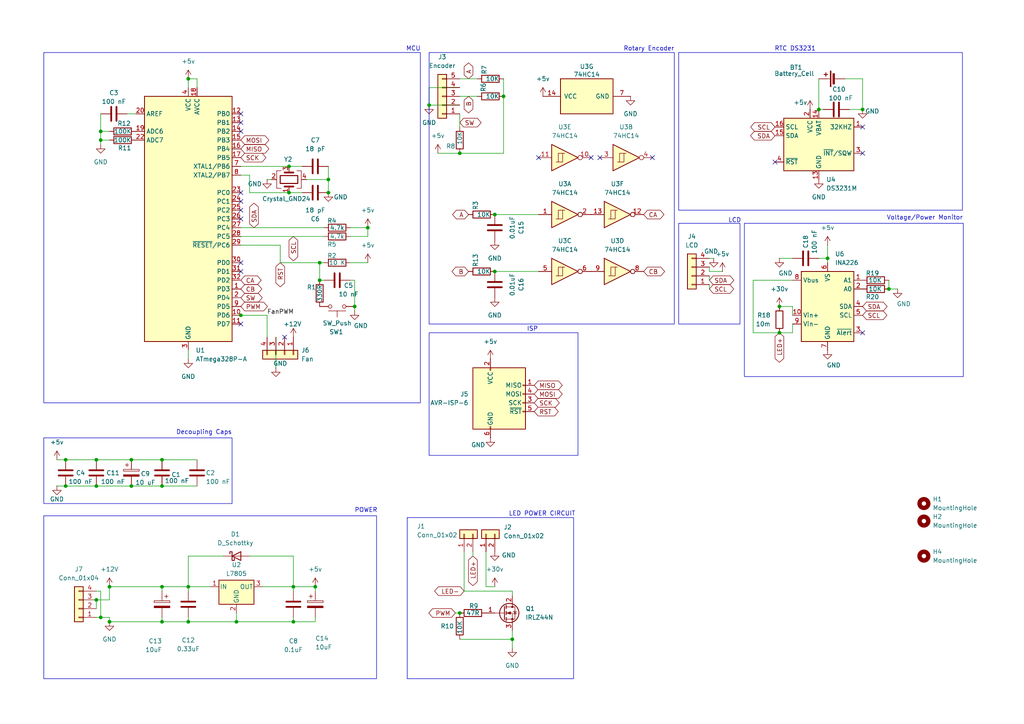
<source format=kicad_sch>
(kicad_sch (version 20250114) (generator "eeschema") (generator_version "9.0")
  (paper "A4")
  (title_block (title "Alarm Light") (date "2025-10-08") (rev "Version 2") (company "Jalal Shahini") (comment 1 "Add: INA226") (comment 2 "Do not leave DS3231 pins floating!") (comment 3 "The distance between mosfet and terminal is too little.") (comment 4 "Hole placement is wrong."))
  (lib_symbols
    (symbol "74xx:74HC14" (pin_names (offset 1.016))
      (property "Reference" "U" (at 0 1.27 0))
      (property "Value" "74HC14" (at 0 -1.27 0))
      (symbol "74HC14_1_0"
        (pin input line (at -7.62 0 0) (length 3.81) (name "~") (number "1"))
        (pin output inverted (at 7.62 0 180) (length 3.81) (name "~") (number "2"))
      )
      (symbol "74HC14_2_0"
        (pin input line (at -7.62 0 0) (length 3.81) (name "~") (number "3"))
        (pin output inverted (at 7.62 0 180) (length 3.81) (name "~") (number "4"))
      )
      (symbol "74HC14_3_0"
        (pin input line (at -7.62 0 0) (length 3.81) (name "~") (number "5"))
        (pin output inverted (at 7.62 0 180) (length 3.81) (name "~") (number "6"))
      )
      (symbol "74HC14_4_0"
        (pin input line (at -7.62 0 0) (length 3.81) (name "~") (number "9"))
        (pin output inverted (at 7.62 0 180) (length 3.81) (name "~") (number "8"))
      )
      (symbol "74HC14_5_0"
        (pin input line (at -7.62 0 0) (length 3.81) (name "~") (number "11"))
        (pin output inverted (at 7.62 0 180) (length 3.81) (name "~") (number "10"))
      )
      (symbol "74HC14_6_0"
        (pin input line (at -7.62 0 0) (length 3.81) (name "~") (number "13"))
        (pin output inverted (at 7.62 0 180) (length 3.81) (name "~") (number "12"))
      )
      (symbol "74HC14_7_0"
        (pin power_in line (at 0 12.7 270) (length 5.08) (name "VCC") (number "14"))
        (pin power_in line (at 0 -12.7 90) (length 5.08) (name "GND") (number "7"))
      )
    )
    (symbol "Connector:AVR-ISP-6" (pin_names (offset 1.016))
      (property "Reference" "J" (at -6.35 11.43 0))
      (property "Value" "AVR-ISP-6" (at 0 11.43 0))
      (symbol "AVR-ISP-6_1_1"
        (pin passive line (at -2.54 12.7 270) (length 2.54) (name "VCC") (number "2"))
        (pin passive line (at -2.54 -10.16 90) (length 2.54) (name "GND") (number "6"))
        (pin passive line (at 10.16 5.08 180) (length 2.54) (name "MISO") (number "1"))
        (pin passive line (at 10.16 2.54 180) (length 2.54) (name "MOSI") (number "4"))
        (pin passive line (at 10.16 0 180) (length 2.54) (name "SCK") (number "3"))
        (pin passive line (at 10.16 -2.54 180) (length 2.54) (name "~{RST}") (number "5"))
      )
    )
    (symbol "Connector_Generic:Conn_01x02" (pin_names (offset 1.016) (hide yes))
      (property "Reference" "J" (at 0 2.54 0))
      (property "Value" "Conn_01x02" (at 0 -5.08 0))
      (symbol "Conn_01x02_1_1"
        (pin passive line (at -5.08 0 0) (length 3.81) (name "Pin_1") (number "1"))
        (pin passive line (at -5.08 -2.54 0) (length 3.81) (name "Pin_2") (number "2"))
      )
    )
    (symbol "Connector_Generic:Conn_01x04" (pin_names (offset 1.016) (hide yes))
      (property "Reference" "J" (at 0 5.08 0))
      (property "Value" "Conn_01x04" (at 0 -7.62 0))
      (symbol "Conn_01x04_1_1"
        (pin passive line (at -5.08 2.54 0) (length 3.81) (name "Pin_1") (number "1"))
        (pin passive line (at -5.08 0 0) (length 3.81) (name "Pin_2") (number "2"))
        (pin passive line (at -5.08 -2.54 0) (length 3.81) (name "Pin_3") (number "3"))
        (pin passive line (at -5.08 -5.08 0) (length 3.81) (name "Pin_4") (number "4"))
      )
    )
    (symbol "Connector_Generic:Conn_01x05" (pin_names (offset 1.016) (hide yes))
      (property "Reference" "J" (at 0 7.62 0))
      (property "Value" "Conn_01x05" (at 0 -7.62 0))
      (symbol "Conn_01x05_1_1"
        (pin passive line (at -5.08 5.08 0) (length 3.81) (name "Pin_1") (number "1"))
        (pin passive line (at -5.08 2.54 0) (length 3.81) (name "Pin_2") (number "2"))
        (pin passive line (at -5.08 0 0) (length 3.81) (name "Pin_3") (number "3"))
        (pin passive line (at -5.08 -2.54 0) (length 3.81) (name "Pin_4") (number "4"))
        (pin passive line (at -5.08 -5.08 0) (length 3.81) (name "Pin_5") (number "5"))
      )
    )
    (symbol "Device:Battery_Cell" (pin_numbers (hide yes)) (pin_names (offset 0) (hide yes))
      (property "Reference" "BT" (at 2.54 2.54 0))
      (property "Value" "Battery_Cell" (at 2.54 0 0))
      (symbol "Battery_Cell_1_1"
        (pin passive line (at 0 5.08 270) (length 2.54) (name "+") (number "1"))
        (pin passive line (at 0 -2.54 90) (length 2.54) (name "-") (number "2"))
      )
    )
    (symbol "Device:C" (pin_numbers (hide yes)) (pin_names (offset 0.254))
      (property "Reference" "C" (at 0.635 2.54 0))
      (property "Value" "C" (at 0.635 -2.54 0))
      (symbol "C_1_1"
        (pin passive line (at 0 3.81 270) (length 2.794) (name "~") (number "1"))
        (pin passive line (at 0 -3.81 90) (length 2.794) (name "~") (number "2"))
      )
    )
    (symbol "Device:C_Polarized" (pin_numbers (hide yes)) (pin_names (offset 0.254))
      (property "Reference" "C" (at 0.635 2.54 0))
      (property "Value" "C_Polarized" (at 0.635 -2.54 0))
      (symbol "C_Polarized_1_1"
        (pin passive line (at 0 3.81 270) (length 2.794) (name "~") (number "1"))
        (pin passive line (at 0 -3.81 90) (length 2.794) (name "~") (number "2"))
      )
    )
    (symbol "Device:Crystal_GND24" (pin_names (offset 1.016) (hide yes))
      (property "Reference" "Y" (at 3.175 5.08 0))
      (property "Value" "Crystal_GND24" (at 3.175 3.175 0))
      (symbol "Crystal_GND24_1_1"
        (pin passive line (at -3.81 0 0) (length 1.27) (name "1") (number "1"))
        (pin passive line (at 0 5.08 270) (length 1.27) (name "2") (number "2"))
        (pin passive line (at 0 -5.08 90) (length 1.27) (name "4") (number "4"))
        (pin passive line (at 3.81 0 180) (length 1.27) (name "3") (number "3"))
      )
    )
    (symbol "Device:D_Schottky" (pin_numbers (hide yes)) (pin_names (offset 1.016) (hide yes))
      (property "Reference" "D" (at 0 2.54 0))
      (property "Value" "D_Schottky" (at 0 -2.54 0))
      (symbol "D_Schottky_1_1"
        (pin passive line (at -3.81 0 0) (length 2.54) (name "K") (number "1"))
        (pin passive line (at 3.81 0 180) (length 2.54) (name "A") (number "2"))
      )
    )
    (symbol "Device:R" (pin_numbers (hide yes)) (pin_names (offset 0))
      (property "Reference" "R" (at 2.032 0 90))
      (property "Value" "R" (at 0 0 90))
      (symbol "R_1_1"
        (pin passive line (at 0 3.81 270) (length 1.27) (name "~") (number "1"))
        (pin passive line (at 0 -3.81 90) (length 1.27) (name "~") (number "2"))
      )
    )
    (symbol "MCU_Microchip_ATmega:ATmega328P-A"
      (property "Reference" "U" (at -12.7 36.83 0))
      (property "Value" "ATmega328P-A" (at 2.54 -36.83 0))
      (symbol "ATmega328P-A_1_1"
        (pin passive line (at -15.24 30.48 0) (length 2.54) (name "AREF") (number "20"))
        (pin input line (at -15.24 25.4 0) (length 2.54) (name "ADC6") (number "19"))
        (pin input line (at -15.24 22.86 0) (length 2.54) (name "ADC7") (number "22"))
        (pin power_in line (at 0 38.1 270) (length 2.54) (name "VCC") (number "4"))
        (pin passive line (at 0 38.1 270) (length 2.54) (hide yes) (name "VCC") (number "6"))
        (pin passive line (at 0 -38.1 90) (length 2.54) (hide yes) (name "GND") (number "21"))
        (pin power_in line (at 0 -38.1 90) (length 2.54) (name "GND") (number "3"))
        (pin passive line (at 0 -38.1 90) (length 2.54) (hide yes) (name "GND") (number "5"))
        (pin power_in line (at 2.54 38.1 270) (length 2.54) (name "AVCC") (number "18"))
        (pin bidirectional line (at 15.24 30.48 180) (length 2.54) (name "PB0") (number "12"))
        (pin bidirectional line (at 15.24 27.94 180) (length 2.54) (name "PB1") (number "13"))
        (pin bidirectional line (at 15.24 25.4 180) (length 2.54) (name "PB2") (number "14"))
        (pin bidirectional line (at 15.24 22.86 180) (length 2.54) (name "PB3") (number "15"))
        (pin bidirectional line (at 15.24 20.32 180) (length 2.54) (name "PB4") (number "16"))
        (pin bidirectional line (at 15.24 17.78 180) (length 2.54) (name "PB5") (number "17"))
        (pin bidirectional line (at 15.24 15.24 180) (length 2.54) (name "XTAL1/PB6") (number "7"))
        (pin bidirectional line (at 15.24 12.7 180) (length 2.54) (name "XTAL2/PB7") (number "8"))
        (pin bidirectional line (at 15.24 7.62 180) (length 2.54) (name "PC0") (number "23"))
        (pin bidirectional line (at 15.24 5.08 180) (length 2.54) (name "PC1") (number "24"))
        (pin bidirectional line (at 15.24 2.54 180) (length 2.54) (name "PC2") (number "25"))
        (pin bidirectional line (at 15.24 0 180) (length 2.54) (name "PC3") (number "26"))
        (pin bidirectional line (at 15.24 -2.54 180) (length 2.54) (name "PC4") (number "27"))
        (pin bidirectional line (at 15.24 -5.08 180) (length 2.54) (name "PC5") (number "28"))
        (pin bidirectional line (at 15.24 -7.62 180) (length 2.54) (name "~{RESET}/PC6") (number "29"))
        (pin bidirectional line (at 15.24 -12.7 180) (length 2.54) (name "PD0") (number "30"))
        (pin bidirectional line (at 15.24 -15.24 180) (length 2.54) (name "PD1") (number "31"))
        (pin bidirectional line (at 15.24 -17.78 180) (length 2.54) (name "PD2") (number "32"))
        (pin bidirectional line (at 15.24 -20.32 180) (length 2.54) (name "PD3") (number "1"))
        (pin bidirectional line (at 15.24 -22.86 180) (length 2.54) (name "PD4") (number "2"))
        (pin bidirectional line (at 15.24 -25.4 180) (length 2.54) (name "PD5") (number "9"))
        (pin bidirectional line (at 15.24 -27.94 180) (length 2.54) (name "PD6") (number "10"))
        (pin bidirectional line (at 15.24 -30.48 180) (length 2.54) (name "PD7") (number "11"))
      )
    )
    (symbol "Mechanical:MountingHole" (pin_names (offset 1.016)) (in_bom no)
      (property "Reference" "H" (at 0 5.08 0))
      (property "Value" "MountingHole" (at 0 3.175 0))
    )
    (symbol "Regulator_Linear:L7805" (pin_names (offset 0.254))
      (property "Reference" "U" (at -3.81 3.175 0))
      (property "Value" "L7805" (at 0 3.175 0))
      (symbol "L7805_1_1"
        (pin power_in line (at -7.62 0 0) (length 2.54) (name "IN") (number "1"))
        (pin power_in line (at 0 -7.62 90) (length 2.54) (name "GND") (number "2"))
        (pin power_out line (at 7.62 0 180) (length 2.54) (name "OUT") (number "3"))
      )
    )
    (symbol "Sensor_Energy:INA226"
      (property "Reference" "U" (at -6.35 11.43 0))
      (property "Value" "INA226" (at 3.81 11.43 0))
      (symbol "INA226_1_1"
        (pin input line (at -10.16 7.62 0) (length 2.54) (name "Vbus") (number "8"))
        (pin input line (at -10.16 -2.54 0) (length 2.54) (name "Vin+") (number "10"))
        (pin input line (at -10.16 -5.08 0) (length 2.54) (name "Vin-") (number "9"))
        (pin power_in line (at 0 12.7 270) (length 2.54) (name "VS") (number "6"))
        (pin power_in line (at 0 -12.7 90) (length 2.54) (name "GND") (number "7"))
        (pin input line (at 10.16 7.62 180) (length 2.54) (name "A1") (number "1"))
        (pin input line (at 10.16 5.08 180) (length 2.54) (name "A0") (number "2"))
        (pin bidirectional line (at 10.16 0 180) (length 2.54) (name "SDA") (number "4"))
        (pin input line (at 10.16 -2.54 180) (length 2.54) (name "SCL") (number "5"))
        (pin open_collector line (at 10.16 -7.62 180) (length 2.54) (name "~{Alert}") (number "3"))
      )
    )
    (symbol "Switch:SW_Push" (pin_numbers (hide yes)) (pin_names (offset 1.016) (hide yes))
      (property "Reference" "SW" (at 1.27 2.54 0))
      (property "Value" "SW_Push" (at 0 -1.524 0))
      (symbol "SW_Push_0_1"
        (pin passive line (at -5.08 0 0) (length 2.54) (name "1") (number "1"))
        (pin passive line (at 5.08 0 180) (length 2.54) (name "2") (number "2"))
      )
    )
    (symbol "Timer_RTC:DS3231M"
      (property "Reference" "U" (at -7.62 8.89 0))
      (property "Value" "DS3231M" (at 10.16 8.89 0))
      (symbol "DS3231M_1_1"
        (pin input line (at -12.7 5.08 0) (length 2.54) (name "SCL") (number "16"))
        (pin bidirectional line (at -12.7 2.54 0) (length 2.54) (name "SDA") (number "15"))
        (pin bidirectional line (at -12.7 -5.08 0) (length 2.54) (name "~{RST}") (number "4"))
        (pin power_in line (at -2.54 10.16 270) (length 2.54) (name "VCC") (number "2"))
        (pin power_in line (at 0 10.16 270) (length 2.54) (name "VBAT") (number "14"))
        (pin passive line (at 0 -10.16 90) (length 2.54) (hide yes) (name "GND") (number "10"))
        (pin passive line (at 0 -10.16 90) (length 2.54) (hide yes) (name "GND") (number "11"))
        (pin passive line (at 0 -10.16 90) (length 2.54) (hide yes) (name "GND") (number "12"))
        (pin power_in line (at 0 -10.16 90) (length 2.54) (name "GND") (number "13"))
        (pin passive line (at 0 -10.16 90) (length 2.54) (hide yes) (name "GND") (number "5"))
        (pin passive line (at 0 -10.16 90) (length 2.54) (hide yes) (name "GND") (number "6"))
        (pin passive line (at 0 -10.16 90) (length 2.54) (hide yes) (name "GND") (number "7"))
        (pin passive line (at 0 -10.16 90) (length 2.54) (hide yes) (name "GND") (number "8"))
        (pin passive line (at 0 -10.16 90) (length 2.54) (hide yes) (name "GND") (number "9"))
        (pin open_collector line (at 12.7 5.08 180) (length 2.54) (name "32KHZ") (number "1"))
        (pin open_collector line (at 12.7 -2.54 180) (length 2.54) (name "~{INT}/SQW") (number "3"))
      )
    )
    (symbol "Transistor_FET:IRLZ24" (pin_names (hide yes))
      (property "Reference" "Q" (at 5.08 1.905 0))
      (property "Value" "IRLZ24" (at 5.08 0 0))
      (symbol "IRLZ24_1_1"
        (pin input line (at -5.08 0 0) (length 2.54) (name "G") (number "1"))
        (pin passive line (at 2.54 5.08 270) (length 2.54) (name "D") (number "2"))
        (pin passive line (at 2.54 -5.08 90) (length 2.54) (name "S") (number "3"))
      )
    )
    (symbol "power:+12V" (power) (pin_numbers (hide yes)) (pin_names (offset 0) (hide yes))
      (property "Value" "+12V" (at 0 3.556 0))
      (symbol "+12V_1_1"
        (pin power_in line (at 0 0 90) (length 0) (name "~") (number "1"))
      )
    )
    (symbol "power:+3.3V" (power) (pin_numbers (hide yes)) (pin_names (offset 0) (hide yes))
      (property "Value" "+3.3V" (at 0 3.556 0))
      (symbol "+3.3V_1_1"
        (pin power_in line (at 0 0 90) (length 0) (name "~") (number "1"))
      )
    )
    (symbol "power:GND" (power) (pin_numbers (hide yes)) (pin_names (offset 0) (hide yes))
      (property "Value" "GND" (at 0 -3.81 0))
      (symbol "GND_1_1"
        (pin power_in line (at 0 0 270) (length 0) (name "~") (number "1"))
      )
    )
  )
  (rectangle (start 124.46 96.52) (end 167.64 132.08))
  (rectangle (start 196.85 15.24) (end 279.146 60.96))
  (rectangle (start 12.7 149.606) (end 109.22 196.85))
  (rectangle (start 118.11 150.114) (end 166.37 196.85))
  (rectangle (start 12.7 15.24) (end 121.92 116.84))
  (rectangle (start 12.7 127) (end 67.31 146.05))
  (rectangle (start 196.85 64.77) (end 214.63 93.98))
  (rectangle (start 124.46 15.24) (end 195.58 93.98))
  (rectangle (start 215.9 64.77) (end 279.4 109.22))
  (text "POWER\n" (at 106.172 148.082 0) (effects (font (size 1.27 1.27))))
  (text "LED POWER CIRCUIT" (at 157.226 149.098 0) (effects (font (size 1.27 1.27))))
  (text "Rotary Encoder" (at 188.214 14.224 0) (effects (font (size 1.27 1.27))))
  (text "LCD" (at 213.106 64.008 0) (effects (font (size 1.27 1.27))))
  (text "RTC DS3231" (at 230.632 14.224 0) (effects (font (size 1.27 1.27))))
  (text "Voltage/Power Monitor" (at 268.224 63.246 0) (effects (font (size 1.27 1.27))))
  (text "ISP" (at 154.432 95.504 0) (effects (font (size 1.27 1.27))))
  (text "Decoupling Caps" (at 59.182 125.476 0) (effects (font (size 1.27 1.27))))
  (text "MCU" (at 119.888 14.224 0) (effects (font (size 1.27 1.27))))
  (junction (at 102.87 88.9))
  (junction (at 69.85 91.44))
  (junction (at 83.82 55.88))
  (junction (at 27.94 140.97))
  (junction (at 95.25 52.07))
  (junction (at 91.44 170.18))
  (junction (at 148.59 185.42))
  (junction (at 143.51 62.23))
  (junction (at 124.46 30.48))
  (junction (at 54.61 170.18))
  (junction (at 95.25 55.88))
  (junction (at 54.61 22.86))
  (junction (at 143.51 78.74))
  (junction (at 38.1 133.35))
  (junction (at 257.81 83.82))
  (junction (at 240.03 74.93))
  (junction (at 133.35 44.45))
  (junction (at 29.21 38.1))
  (junction (at 106.68 66.04))
  (junction (at 92.71 76.2))
  (junction (at 31.75 170.18))
  (junction (at 250.19 31.75))
  (junction (at 38.1 140.97))
  (junction (at 19.05 133.35))
  (junction (at 46.99 180.34))
  (junction (at 27.94 133.35))
  (junction (at 92.71 81.28))
  (junction (at 31.75 180.34))
  (junction (at 133.35 177.8))
  (junction (at 237.49 31.75))
  (junction (at 226.06 88.9))
  (junction (at 46.99 140.97))
  (junction (at 46.99 133.35))
  (junction (at 146.05 27.94))
  (junction (at 68.58 180.34))
  (junction (at 85.09 170.18))
  (junction (at 27.94 173.99))
  (junction (at 29.21 179.07))
  (junction (at 29.21 40.64))
  (junction (at 85.09 180.34))
  (junction (at 83.82 48.26))
  (junction (at 19.05 140.97))
  (junction (at 54.61 180.34))
  (junction (at 46.99 170.18))
  (junction (at 226.06 96.52))
  (no_connect (at 189.23 45.72))
  (no_connect (at 69.85 76.2))
  (no_connect (at 69.85 55.88))
  (no_connect (at 69.85 58.42))
  (no_connect (at 69.85 93.98))
  (no_connect (at 250.19 44.45))
  (no_connect (at 156.21 45.72))
  (no_connect (at 250.19 96.52))
  (no_connect (at 69.85 78.74))
  (no_connect (at 69.85 38.1))
  (no_connect (at 224.79 46.99))
  (no_connect (at 69.85 33.02))
  (no_connect (at 82.55 97.79))
  (no_connect (at 69.85 35.56))
  (no_connect (at 69.85 60.96))
  (no_connect (at 171.45 45.72))
  (no_connect (at 69.85 63.5))
  (no_connect (at 173.99 45.72))
  (no_connect (at 250.19 36.83))
  (wire (pts (xy 46.99 170.18) (xy 54.61 170.18)))
  (wire (pts (xy 29.21 38.1) (xy 29.21 40.64)))
  (wire (pts (xy 72.39 161.29) (xy 85.09 161.29)))
  (wire (pts (xy 257.81 83.82) (xy 260.35 83.82)))
  (wire (pts (xy 68.58 177.8) (xy 68.58 180.34)))
  (wire (pts (xy 27.94 179.07) (xy 29.21 179.07)))
  (wire (pts (xy 54.61 171.45) (xy 54.61 170.18)))
  (wire (pts (xy 67.31 91.44) (xy 69.85 91.44)))
  (wire (pts (xy 134.62 160.02) (xy 134.62 171.45)))
  (wire (pts (xy 102.87 90.17) (xy 102.87 88.9)))
  (wire (pts (xy 106.68 76.2) (xy 101.6 76.2)))
  (wire (pts (xy 237.49 74.93) (xy 240.03 74.93)))
  (wire (pts (xy 83.82 55.88) (xy 87.63 55.88)))
  (wire (pts (xy 57.15 22.86) (xy 57.15 25.4)))
  (wire (pts (xy 29.21 38.1) (xy 31.75 38.1)))
  (wire (pts (xy 77.47 52.07) (xy 78.74 52.07)))
  (wire (pts (xy 29.21 40.64) (xy 31.75 40.64)))
  (wire (pts (xy 54.61 161.29) (xy 54.61 170.18)))
  (wire (pts (xy 68.58 180.34) (xy 85.09 180.34)))
  (wire (pts (xy 69.85 50.8) (xy 72.39 50.8)))
  (wire (pts (xy 29.21 179.07) (xy 31.75 179.07)))
  (wire (pts (xy 85.09 180.34) (xy 91.44 180.34)))
  (wire (pts (xy 54.61 22.86) (xy 54.61 25.4)))
  (wire (pts (xy 38.1 133.35) (xy 46.99 133.35)))
  (wire (pts (xy 46.99 140.97) (xy 38.1 140.97)))
  (wire (pts (xy 81.28 76.2) (xy 92.71 76.2)))
  (wire (pts (xy 226.06 88.9) (xy 229.87 88.9)))
  (wire (pts (xy 205.74 81.28) (xy 205.74 80.01)))
  (wire (pts (xy 92.71 76.2) (xy 93.98 76.2)))
  (wire (pts (xy 46.99 171.45) (xy 46.99 170.18)))
  (wire (pts (xy 240.03 74.93) (xy 240.03 76.2)))
  (wire (pts (xy 54.61 179.07) (xy 54.61 180.34)))
  (wire (pts (xy 93.98 81.28) (xy 92.71 81.28)))
  (wire (pts (xy 29.21 40.64) (xy 29.21 41.91)))
  (wire (pts (xy 205.74 83.82) (xy 205.74 82.55)))
  (wire (pts (xy 76.2 170.18) (xy 85.09 170.18)))
  (wire (pts (xy 205.74 78.74) (xy 209.55 78.74)))
  (wire (pts (xy 101.6 66.04) (xy 106.68 66.04)))
  (wire (pts (xy 29.21 33.02) (xy 29.21 38.1)))
  (wire (pts (xy 85.09 170.18) (xy 91.44 170.18)))
  (wire (pts (xy 146.05 27.94) (xy 146.05 44.45)))
  (wire (pts (xy 240.03 71.12) (xy 240.03 74.93)))
  (wire (pts (xy 85.09 179.07) (xy 85.09 180.34)))
  (wire (pts (xy 29.21 171.45) (xy 29.21 179.07)))
  (wire (pts (xy 19.05 140.97) (xy 16.51 140.97)))
  (wire (pts (xy 91.44 171.45) (xy 91.44 170.18)))
  (wire (pts (xy 229.87 96.52) (xy 229.87 93.98)))
  (wire (pts (xy 140.97 160.02) (xy 140.97 170.18)))
  (wire (pts (xy 69.85 48.26) (xy 83.82 48.26)))
  (wire (pts (xy 27.94 140.97) (xy 38.1 140.97)))
  (wire (pts (xy 46.99 140.97) (xy 57.15 140.97)))
  (wire (pts (xy 245.11 22.86) (xy 250.19 22.86)))
  (wire (pts (xy 143.51 78.74) (xy 156.21 78.74)))
  (wire (pts (xy 250.19 22.86) (xy 250.19 31.75)))
  (wire (pts (xy 143.51 62.23) (xy 156.21 62.23)))
  (wire (pts (xy 85.09 171.45) (xy 85.09 170.18)))
  (wire (pts (xy 69.85 66.04) (xy 93.98 66.04)))
  (wire (pts (xy 138.43 22.86) (xy 133.35 22.86)))
  (wire (pts (xy 133.35 36.83) (xy 133.35 33.02)))
  (wire (pts (xy 246.38 31.75) (xy 250.19 31.75)))
  (wire (pts (xy 69.85 71.12) (xy 81.28 71.12)))
  (wire (pts (xy 138.43 27.94) (xy 133.35 27.94)))
  (wire (pts (xy 54.61 180.34) (xy 68.58 180.34)))
  (wire (pts (xy 102.87 81.28) (xy 102.87 88.9)))
  (wire (pts (xy 72.39 55.88) (xy 83.82 55.88)))
  (wire (pts (xy 132.08 177.8) (xy 133.35 177.8)))
  (wire (pts (xy 205.74 78.74) (xy 205.74 77.47)))
  (wire (pts (xy 95.25 52.07) (xy 95.25 55.88)))
  (wire (pts (xy 83.82 48.26) (xy 87.63 48.26)))
  (wire (pts (xy 148.59 187.96) (xy 148.59 185.42)))
  (wire (pts (xy 218.44 81.28) (xy 218.44 96.52)))
  (wire (pts (xy 226.06 74.93) (xy 229.87 74.93)))
  (wire (pts (xy 148.59 185.42) (xy 148.59 182.88)))
  (wire (pts (xy 106.68 68.58) (xy 106.68 66.04)))
  (wire (pts (xy 27.94 173.99) (xy 31.75 173.99)))
  (wire (pts (xy 27.94 140.97) (xy 19.05 140.97)))
  (wire (pts (xy 27.94 133.35) (xy 38.1 133.35)))
  (wire (pts (xy 31.75 173.99) (xy 31.75 170.18)))
  (wire (pts (xy 31.75 170.18) (xy 46.99 170.18)))
  (wire (pts (xy 80.01 97.79) (xy 80.01 106.68)))
  (wire (pts (xy 19.05 133.35) (xy 27.94 133.35)))
  (wire (pts (xy 31.75 180.34) (xy 46.99 180.34)))
  (wire (pts (xy 46.99 179.07) (xy 46.99 180.34)))
  (wire (pts (xy 27.94 171.45) (xy 29.21 171.45)))
  (wire (pts (xy 69.85 68.58) (xy 93.98 68.58)))
  (wire (pts (xy 124.46 30.48) (xy 133.35 30.48)))
  (wire (pts (xy 16.51 133.35) (xy 19.05 133.35)))
  (wire (pts (xy 133.35 185.42) (xy 148.59 185.42)))
  (wire (pts (xy 77.47 91.44) (xy 77.47 97.79)))
  (wire (pts (xy 146.05 44.45) (xy 133.35 44.45)))
  (wire (pts (xy 137.16 160.02) (xy 137.16 161.29)))
  (wire (pts (xy 85.09 161.29) (xy 85.09 170.18)))
  (wire (pts (xy 101.6 68.58) (xy 106.68 68.58)))
  (wire (pts (xy 226.06 96.52) (xy 229.87 96.52)))
  (wire (pts (xy 88.9 52.07) (xy 95.25 52.07)))
  (wire (pts (xy 257.81 81.28) (xy 257.81 83.82)))
  (wire (pts (xy 148.59 171.45) (xy 148.59 172.72)))
  (wire (pts (xy 46.99 133.35) (xy 57.15 133.35)))
  (wire (pts (xy 229.87 88.9) (xy 229.87 91.44)))
  (wire (pts (xy 27.94 173.99) (xy 27.94 176.53)))
  (wire (pts (xy 91.44 180.34) (xy 91.44 179.07)))
  (wire (pts (xy 101.6 81.28) (xy 102.87 81.28)))
  (wire (pts (xy 237.49 31.75) (xy 238.76 31.75)))
  (wire (pts (xy 69.85 91.44) (xy 77.47 91.44)))
  (wire (pts (xy 218.44 96.52) (xy 226.06 96.52)))
  (wire (pts (xy 54.61 170.18) (xy 60.96 170.18)))
  (wire (pts (xy 54.61 101.6) (xy 54.61 104.14)))
  (wire (pts (xy 124.46 25.4) (xy 124.46 30.48)))
  (wire (pts (xy 146.05 22.86) (xy 146.05 27.94)))
  (wire (pts (xy 36.83 33.02) (xy 39.37 33.02)))
  (wire (pts (xy 133.35 25.4) (xy 124.46 25.4)))
  (wire (pts (xy 92.71 81.28) (xy 92.71 76.2)))
  (wire (pts (xy 229.87 81.28) (xy 218.44 81.28)))
  (wire (pts (xy 207.01 74.93) (xy 205.74 74.93)))
  (wire (pts (xy 72.39 50.8) (xy 72.39 55.88)))
  (wire (pts (xy 31.75 179.07) (xy 31.75 180.34)))
  (wire (pts (xy 81.28 71.12) (xy 81.28 76.2)))
  (wire (pts (xy 95.25 48.26) (xy 95.25 52.07)))
  (wire (pts (xy 127 44.45) (xy 133.35 44.45)))
  (wire (pts (xy 237.49 22.86) (xy 237.49 31.75)))
  (wire (pts (xy 54.61 22.86) (xy 57.15 22.86)))
  (wire (pts (xy 64.77 161.29) (xy 54.61 161.29)))
  (wire (pts (xy 134.62 171.45) (xy 148.59 171.45)))
  (wire (pts (xy 140.97 170.18) (xy 143.51 170.18)))
  (wire (pts (xy 46.99 180.34) (xy 54.61 180.34)))
  (label "FanPWM" (at 77.47 91.44 0))
  (global_label "B" (shape bidirectional) (at 135.89 78.74 180) (property "Intersheetrefs" "${INTERSHEET_REFS}" (effects (hide yes))))
  (global_label "SCL" (shape bidirectional) (at 224.79 36.83 180) (property "Intersheetrefs" "${INTERSHEET_REFS}" (effects (hide yes))))
  (global_label "RST" (shape bidirectional) (at 154.94 119.38 0) (property "Intersheetrefs" "${INTERSHEET_REFS}" (effects (hide yes))))
  (global_label "A" (shape bidirectional) (at 135.89 22.86 90) (property "Intersheetrefs" "${INTERSHEET_REFS}" (effects (hide yes))))
  (global_label "SDA" (shape bidirectional) (at 224.79 39.37 180) (property "Intersheetrefs" "${INTERSHEET_REFS}" (effects (hide yes))))
  (global_label "CA" (shape bidirectional) (at 69.85 81.28 0) (property "Intersheetrefs" "${INTERSHEET_REFS}" (effects (hide yes))))
  (global_label "LED-" (shape bidirectional) (at 134.62 171.45 180) (property "Intersheetrefs" "${INTERSHEET_REFS}" (effects (hide yes))))
  (global_label "LED+" (shape bidirectional) (at 137.16 161.29 270) (property "Intersheetrefs" "${INTERSHEET_REFS}" (effects (hide yes))))
  (global_label "MISO" (shape bidirectional) (at 154.94 111.76 0) (property "Intersheetrefs" "${INTERSHEET_REFS}" (effects (hide yes))))
  (global_label "MOSI" (shape bidirectional) (at 69.85 40.64 0) (property "Intersheetrefs" "${INTERSHEET_REFS}" (effects (hide yes))))
  (global_label "SW" (shape bidirectional) (at 69.85 86.36 0) (property "Intersheetrefs" "${INTERSHEET_REFS}" (effects (hide yes))))
  (global_label "RST" (shape bidirectional) (at 81.28 76.2 270) (property "Intersheetrefs" "${INTERSHEET_REFS}" (effects (hide yes))))
  (global_label "SCL" (shape bidirectional) (at 85.09 68.58 270) (property "Intersheetrefs" "${INTERSHEET_REFS}" (effects (hide yes))))
  (global_label "LED+" (shape bidirectional) (at 226.06 96.52 270) (property "Intersheetrefs" "${INTERSHEET_REFS}" (effects (hide yes))))
  (global_label "MISO" (shape bidirectional) (at 69.85 43.18 0) (property "Intersheetrefs" "${INTERSHEET_REFS}" (effects (hide yes))))
  (global_label "PWM" (shape bidirectional) (at 69.85 88.9 0) (property "Intersheetrefs" "${INTERSHEET_REFS}" (effects (hide yes))))
  (global_label "SDA" (shape bidirectional) (at 73.66 66.04 90) (property "Intersheetrefs" "${INTERSHEET_REFS}" (effects (hide yes))))
  (global_label "SCK" (shape bidirectional) (at 154.94 116.84 0) (property "Intersheetrefs" "${INTERSHEET_REFS}" (effects (hide yes))))
  (global_label "CA" (shape bidirectional) (at 186.69 62.23 0) (property "Intersheetrefs" "${INTERSHEET_REFS}" (effects (hide yes))))
  (global_label "A" (shape bidirectional) (at 135.89 62.23 180) (property "Intersheetrefs" "${INTERSHEET_REFS}" (effects (hide yes))))
  (global_label "SW" (shape bidirectional) (at 133.35 35.56 0) (property "Intersheetrefs" "${INTERSHEET_REFS}" (effects (hide yes))))
  (global_label "SDA" (shape bidirectional) (at 250.19 88.9 0) (property "Intersheetrefs" "${INTERSHEET_REFS}" (effects (hide yes))))
  (global_label "SCL" (shape bidirectional) (at 250.19 91.44 0) (property "Intersheetrefs" "${INTERSHEET_REFS}" (effects (hide yes))))
  (global_label "SCK" (shape bidirectional) (at 69.85 45.72 0) (property "Intersheetrefs" "${INTERSHEET_REFS}" (effects (hide yes))))
  (global_label "CB" (shape bidirectional) (at 69.85 83.82 0) (property "Intersheetrefs" "${INTERSHEET_REFS}" (effects (hide yes))))
  (global_label "SCL" (shape bidirectional) (at 205.74 83.82 0) (property "Intersheetrefs" "${INTERSHEET_REFS}" (effects (hide yes))))
  (global_label "MOSI" (shape bidirectional) (at 154.94 114.3 0) (property "Intersheetrefs" "${INTERSHEET_REFS}" (effects (hide yes))))
  (global_label "SDA" (shape bidirectional) (at 205.74 81.28 0) (property "Intersheetrefs" "${INTERSHEET_REFS}" (effects (hide yes))))
  (global_label "B" (shape bidirectional) (at 135.89 27.94 270) (property "Intersheetrefs" "${INTERSHEET_REFS}" (effects (hide yes))))
  (global_label "CB" (shape bidirectional) (at 186.69 78.74 0) (property "Intersheetrefs" "${INTERSHEET_REFS}" (effects (hide yes))))
  (global_label "PWM" (shape bidirectional) (at 132.08 177.8 180) (property "Intersheetrefs" "${INTERSHEET_REFS}" (effects (hide yes))))
  (symbol (lib_id "power:GND") (at 240.03 101.6 0) (unit 1)
    (property "Reference" "#PWR042" (effects (hide yes)))
    (property "Value" "GND" (at 241.808 105.918 0))
    (property "Description" "Power symbol creates a global label with name \"GND\" , ground" (effects (hide yes)))
  )
  (symbol (lib_id "Device:R") (at 97.79 66.04 90) (unit 1)
    (property "Reference" "R4" (at 96.266 64.008 90))
    (property "Value" "4.7k" (at 97.79 66.04 90))
    (property "Footprint" "Resistor_SMD:R_0603_1608Metric" (effects (hide yes)))
    (property "Description" "Resistor" (effects (hide yes)))
  )
  (symbol (lib_id "Switch:SW_Push") (at 97.79 88.9 0) (mirror x) (unit 1)
    (property "Reference" "SW1" (at 97.536 96.266 0))
    (property "Value" "SW_Push" (at 97.79 93.726 0))
    (property "Footprint" "Button_Switch_SMD:SW_Push_1P1T_XKB_TS-1187A" (effects (hide yes)))
    (property "Description" "Push button switch, generic, two pins" (effects (hide yes)))
    (property "LCSC" "C318884" (effects (hide yes)))
  )
  (symbol (lib_id "74xx:74HC14") (at 170.18 27.94 90) (unit 7)
    (property "Reference" "U3" (at 170.18 19.304 90))
    (property "Value" "74HC14" (at 170.18 21.59 90))
    (property "Footprint" "Package_SO:SOIC-14_3.9x8.7mm_P1.27mm" (effects (hide yes)))
    (property "Datasheet" "http://www.ti.com/lit/gpn/sn74HC14" (effects (hide yes)))
    (property "Description" "Hex inverter schmitt trigger" (effects (hide yes)))
    (property "LCSC" "C5605" (effects (hide yes)))
  )
  (symbol (lib_id "power:GND") (at 31.75 180.34 0) (unit 1)
    (property "Reference" "#PWR010" (effects (hide yes)))
    (property "Value" "GND" (at 31.75 185.42 0))
    (property "Description" "Power symbol creates a global label with name \"GND\" , ground" (effects (hide yes)))
  )
  (symbol (lib_id "Device:R") (at 133.35 40.64 0) (unit 1)
    (property "Reference" "R8" (at 132.08 42.418 0) (effects (justify right)))
    (property "Value" "10K" (at 133.35 38.1 90) (effects (justify right)))
    (property "Footprint" "Resistor_SMD:R_0603_1608Metric" (effects (hide yes)))
    (property "Description" "Resistor" (effects (hide yes)))
    (property "LCSC" "C17414" (effects (hide yes)))
  )
  (symbol (lib_id "Mechanical:MountingHole") (at 267.97 161.29 0) (unit 1) (in_bom no)
    (property "Reference" "H4" (at 270.51 160.0199 0) (effects (justify left)))
    (property "Value" "MountingHole" (at 270.51 162.5599 0) (effects (justify left)))
    (property "Footprint" "MountingHole:MountingHole_3.2mm_M3" (effects (hide yes)))
    (property "Description" "Mounting Hole without connection" (effects (hide yes)))
  )
  (symbol (lib_id "power:+3.3V") (at 234.95 31.75 0) (unit 1)
    (property "Reference" "#PWR015" (effects (hide yes)))
    (property "Value" "+5v" (at 232.156 29.718 0))
    (property "Description" "Power symbol creates a global label with name \"+3.3V\"" (effects (hide yes)))
  )
  (symbol (lib_id "Device:R") (at 139.7 62.23 270) (unit 1)
    (property "Reference" "R3" (at 137.922 60.96 0) (effects (justify right)))
    (property "Value" "10K" (at 142.24 62.23 90) (effects (justify right)))
    (property "Footprint" "Resistor_SMD:R_0402_1005Metric" (effects (hide yes)))
    (property "Description" "Resistor" (effects (hide yes)))
    (property "LCSC" "C17414" (effects (hide yes)))
  )
  (symbol (lib_id "Connector_Generic:Conn_01x04") (at 200.66 80.01 180) (unit 1)
    (property "Reference" "J4" (at 200.66 68.58 0))
    (property "Value" "LCD" (at 200.66 71.12 0))
    (property "Footprint" "Connector_JST:JST_XH_B4B-XH-A_1x04_P2.50mm_Vertical" (effects (hide yes)))
    (property "Description" "Generic connector, single row, 01x04, script generated (kicad-library-utils/schlib/autogen/connector/)" (effects (hide yes)))
  )
  (symbol (lib_id "power:+3.3V") (at 54.61 22.86 0) (unit 1)
    (property "Reference" "#PWR02" (effects (hide yes)))
    (property "Value" "+5v" (at 54.61 17.78 0))
    (property "Description" "Power symbol creates a global label with name \"+3.3V\"" (effects (hide yes)))
  )
  (symbol (lib_id "power:GND") (at 143.51 86.36 0) (unit 1)
    (property "Reference" "#PWR014" (effects (hide yes)))
    (property "Value" "GND" (at 143.51 91.44 0))
    (property "Description" "Power symbol creates a global label with name \"GND\" , ground" (effects (hide yes)))
  )
  (symbol (lib_id "power:GND") (at 260.35 83.82 0) (unit 1)
    (property "Reference" "#PWR046" (effects (hide yes)))
    (property "Value" "GND" (at 262.128 88.138 0))
    (property "Description" "Power symbol creates a global label with name \"GND\" , ground" (effects (hide yes)))
  )
  (symbol (lib_id "Regulator_Linear:L7805") (at 68.58 170.18 0) (unit 1)
    (property "Reference" "U2" (at 68.58 163.83 0))
    (property "Value" "L7805" (at 68.58 166.37 0))
    (property "Footprint" "Package_TO_SOT_SMD:TO-263-2" (effects (hide yes)))
    (property "Datasheet" "http://www.st.com/content/ccc/resource/technical/document/datasheet/41/4f/b3/b0/12/d4/47/88/CD00000444.pdf/files/CD00000444.pdf/jcr:content/translations/en.CD00000444.pdf" (effects (hide yes)))
    (property "Description" "Positive 1.5A 35V Linear Regulator, Fixed Output 5V, TO-220/TO-263/TO-252" (effects (hide yes)))
    (property "LCSC" "C15077" (effects (hide yes)))
  )
  (symbol (lib_id "Mechanical:MountingHole") (at 267.97 151.13 0) (unit 1) (in_bom no)
    (property "Reference" "H2" (at 270.51 149.8599 0) (effects (justify left)))
    (property "Value" "MountingHole" (at 270.51 152.3999 0) (effects (justify left)))
    (property "Footprint" "MountingHole:MountingHole_3.2mm_M3" (effects (hide yes)))
    (property "Description" "Mounting Hole without connection" (effects (hide yes)))
  )
  (symbol (lib_id "Device:R") (at 137.16 177.8 90) (unit 1)
    (property "Reference" "R9" (at 137.414 175.768 90))
    (property "Value" "47R" (at 137.16 177.8 90))
    (property "Footprint" "Resistor_SMD:R_0603_1608Metric" (effects (hide yes)))
    (property "Description" "Resistor" (effects (hide yes)))
  )
  (symbol (lib_id "power:GND") (at 143.51 69.85 0) (unit 1)
    (property "Reference" "#PWR013" (effects (hide yes)))
    (property "Value" "GND" (at 143.51 74.93 0))
    (property "Description" "Power symbol creates a global label with name \"GND\" , ground" (effects (hide yes)))
  )
  (symbol (lib_id "Device:R") (at 133.35 181.61 180) (unit 1)
    (property "Reference" "R10" (at 127.762 181.61 0) (effects (justify right)))
    (property "Value" "10K" (at 133.35 183.896 90) (effects (justify right)))
    (property "Footprint" "Resistor_SMD:R_0603_1608Metric" (effects (hide yes)))
    (property "Description" "Resistor" (effects (hide yes)))
    (property "LCSC" "C17414" (effects (hide yes)))
  )
  (symbol (lib_id "74xx:74HC14") (at 163.83 62.23 0) (unit 1)
    (property "Reference" "U3" (at 163.83 53.34 0))
    (property "Value" "74HC14" (at 163.83 55.88 0))
    (property "Footprint" "Package_SO:SOIC-14_3.9x8.7mm_P1.27mm" (effects (hide yes)))
    (property "Datasheet" "http://www.ti.com/lit/gpn/sn74HC14" (effects (hide yes)))
    (property "Description" "Hex inverter schmitt trigger" (effects (hide yes)))
    (property "LCSC" "C5605" (effects (hide yes)))
  )
  (symbol (lib_id "power:GND") (at 102.87 90.17 0) (unit 1)
    (property "Reference" "#PWR07" (effects (hide yes)))
    (property "Value" "GND" (at 104.648 94.488 0))
    (property "Description" "Power symbol creates a global label with name \"GND\" , ground" (effects (hide yes)))
  )
  (symbol (lib_id "Device:R") (at 226.06 92.71 0) (unit 1)
    (property "Reference" "R18" (at 223.52 91.4399 0) (effects (justify right)))
    (property "Value" "10m" (at 223.52 93.9799 0) (effects (justify right)))
    (property "Footprint" "Resistor_SMD:R_2512_6332Metric" (effects (hide yes)))
    (property "Description" "Shunt Resistor" (effects (hide yes)))
  )
  (symbol (lib_id "power:+3.3V") (at 106.68 76.2 0) (unit 1)
    (property "Reference" "#PWR08" (effects (hide yes)))
    (property "Value" "+5v" (at 106.68 71.12 0))
    (property "Description" "Power symbol creates a global label with name \"+3.3V\"" (effects (hide yes)))
  )
  (symbol (lib_id "Sensor_Energy:INA226") (at 240.03 88.9 0) (unit 1)
    (property "Reference" "U6" (at 242.1733 73.66 0) (effects (justify left)))
    (property "Value" "INA226" (at 242.1733 76.2 0) (effects (justify left)))
    (property "Footprint" "Package_SO:VSSOP-10_3x3mm_P0.5mm" (effects (hide yes)))
    (property "Datasheet" "http://www.ti.com/lit/ds/symlink/ina226.pdf" (effects (hide yes)))
    (property "Description" "High-Side or Low-Side Measurement, Bi-Directional Current and Power Monitor (0-36V) with I2C Compatible Interface, VSSOP-10" (effects (hide yes)))
    (property "LCSC" "C2653835" (effects (hide yes)))
  )
  (symbol (lib_id "Device:C_Polarized") (at 46.99 175.26 0) (mirror y) (unit 1)
    (property "Reference" "C13" (at 46.99 185.928 0) (effects (justify left)))
    (property "Value" "10uF" (at 46.99 188.468 0) (effects (justify left)))
    (property "Footprint" "Capacitor_SMD:CP_Elec_4x5.3" (effects (hide yes)))
    (property "Description" "Polarized capacitor" (effects (hide yes)))
    (property "LCSC" "C346925" (effects (hide yes)))
  )
  (symbol (lib_id "Transistor_FET:IRLZ24") (at 146.05 177.8 0) (unit 1)
    (property "Reference" "Q1" (at 152.4 176.5299 0) (effects (justify left)))
    (property "Value" "IRLZ44N" (at 152.4 179.0699 0) (effects (justify left)))
    (property "Footprint" "Package_TO_SOT_SMD:TO-263-2" (effects (hide yes)))
    (property "Datasheet" "https://jlcpcb.com/api/file/downloadByFileSystemAccessId/8588890232016556032" (effects (hide yes)))
    (property "Description" "-55℃~+175℃ 1 N-Channel 1.98nF 10.315nF 162nC@4.5V 2.5V@250uA 2mΩ@4.5V,172A 343A 375W 40V 935pF N-Channel TO-220AB MOSFETs ROHS" (effects (hide yes)))
    (property "LCSC" "C19188232" (effects (hide yes)))
  )
  (symbol (lib_id "Device:R") (at 97.79 68.58 90) (mirror x) (unit 1)
    (property "Reference" "R5" (at 96.266 70.866 90))
    (property "Value" "4.7k" (at 97.79 68.58 90))
    (property "Footprint" "Resistor_SMD:R_0603_1608Metric" (effects (hide yes)))
    (property "Description" "Resistor" (effects (hide yes)))
  )
  (symbol (lib_id "Device:Battery_Cell") (at 242.57 22.86 90) (unit 1)
    (property "Reference" "BT1" (at 230.886 19.558 90))
    (property "Value" "Battery_Cell" (at 230.378 21.336 90))
    (property "Footprint" "Battery:BatteryHolder_MYOUNG_BS-07-A1BJ001_CR2032" (effects (hide yes)))
    (property "Description" "Single-cell battery" (effects (hide yes)))
    (property "LCSC" "C5365915" (effects (hide yes)))
  )
  (symbol (lib_id "74xx:74HC14") (at 163.83 45.72 0) (unit 5)
    (property "Reference" "U3" (at 163.83 36.83 0))
    (property "Value" "74HC14" (at 163.83 39.37 0))
    (property "Footprint" "Package_SO:SOIC-14_3.9x8.7mm_P1.27mm" (effects (hide yes)))
    (property "Datasheet" "http://www.ti.com/lit/gpn/sn74HC14" (effects (hide yes)))
    (property "Description" "Hex inverter schmitt trigger" (effects (hide yes)))
    (property "LCSC" "C5605" (effects (hide yes)))
  )
  (symbol (lib_id "power:GND") (at 148.59 187.96 0) (unit 1)
    (property "Reference" "#PWR034" (effects (hide yes)))
    (property "Value" "GND" (at 148.59 193.04 0))
    (property "Description" "Power symbol creates a global label with name \"GND\" , ground" (effects (hide yes)))
  )
  (symbol (lib_id "Device:C") (at 143.51 66.04 0) (mirror x) (unit 1)
    (property "Reference" "C15" (at 151.13 66.04 90))
    (property "Value" "0.01uF" (at 148.59 66.04 90))
    (property "Footprint" "Capacitor_SMD:C_0402_1005Metric" (effects (hide yes)))
    (property "Description" "Unpolarized capacitor" (effects (hide yes)))
  )
  (symbol (lib_id "power:GND") (at 226.06 74.93 0) (unit 1)
    (property "Reference" "#PWR045" (effects (hide yes)))
    (property "Value" "GND" (at 227.838 79.248 0))
    (property "Description" "Power symbol creates a global label with name \"GND\" , ground" (effects (hide yes)))
  )
  (symbol (lib_id "MCU_Microchip_ATmega:ATmega328P-A") (at 54.61 63.5 0) (unit 1)
    (property "Reference" "U1" (at 56.7533 101.6 0) (effects (justify left)))
    (property "Value" "ATmega328P-A" (at 56.7533 104.14 0) (effects (justify left)))
    (property "Footprint" "Package_QFP:TQFP-32_7x7mm_P0.8mm" (effects (hide yes)))
    (property "Datasheet" "http://ww1.microchip.com/downloads/en/DeviceDoc/ATmega328_P%20AVR%20MCU%20with%20picoPower%20Technology%20Data%20Sheet%2040001984A.pdf" (effects (hide yes)))
    (property "Description" "20MHz, 32kB Flash, 2kB SRAM, 1kB EEPROM, TQFP-32" (effects (hide yes)))
    (property "LCSC" "C14877" (effects (hide yes)))
  )
  (symbol (lib_id "power:GND") (at 16.51 140.97 0) (unit 1)
    (property "Reference" "#PWR04" (effects (hide yes)))
    (property "Value" "GND" (at 16.51 144.78 0))
    (property "Description" "Power symbol creates a global label with name \"GND\" , ground" (effects (hide yes)))
  )
  (symbol (lib_id "Device:C") (at 19.05 137.16 0) (unit 1)
    (property "Reference" "C4" (at 23.368 137.16 0))
    (property "Value" "100 nF" (at 23.368 139.7 0))
    (property "Footprint" "Capacitor_SMD:C_0402_1005Metric" (effects (hide yes)))
    (property "Description" "Unpolarized capacitor" (effects (hide yes)))
    (property "LCSC" "C1525" (effects (hide yes)))
  )
  (symbol (lib_id "power:GND") (at 182.88 27.94 0) (unit 1)
    (property "Reference" "#PWR021" (effects (hide yes)))
    (property "Value" "GND" (at 182.88 33.02 0))
    (property "Description" "Power symbol creates a global label with name \"GND\" , ground" (effects (hide yes)))
  )
  (symbol (lib_id "power:GND") (at 142.24 127 0) (unit 1)
    (property "Reference" "#PWR024" (effects (hide yes)))
    (property "Value" "GND" (at 138.684 129.032 0))
    (property "Description" "Power symbol creates a global label with name \"GND\" , ground" (effects (hide yes)))
  )
  (symbol (lib_id "74xx:74HC14") (at 179.07 62.23 0) (unit 6)
    (property "Reference" "U3" (at 179.07 53.34 0))
    (property "Value" "74HC14" (at 179.07 55.88 0))
    (property "Footprint" "Package_SO:SOIC-14_3.9x8.7mm_P1.27mm" (effects (hide yes)))
    (property "Datasheet" "http://www.ti.com/lit/gpn/sn74HC14" (effects (hide yes)))
    (property "Description" "Hex inverter schmitt trigger" (effects (hide yes)))
    (property "LCSC" "C5605" (effects (hide yes)))
  )
  (symbol (lib_id "power:+3.3V") (at 226.06 88.9 0) (unit 1)
    (property "Reference" "#PWR035" (effects (hide yes)))
    (property "Value" "+30v" (at 226.06 83.82 0))
    (property "Description" "Power symbol creates a global label with name \"+3.3V\"" (effects (hide yes)))
  )
  (symbol (lib_id "Device:C") (at 46.99 137.16 0) (unit 1)
    (property "Reference" "C1" (at 51.054 137.668 0))
    (property "Value" "100 nF" (at 51.308 139.446 0))
    (property "Footprint" "Capacitor_SMD:C_0402_1005Metric" (effects (hide yes)))
    (property "Description" "Unpolarized capacitor" (effects (hide yes)))
    (property "LCSC" "C1525" (effects (hide yes)))
  )
  (symbol (lib_id "74xx:74HC14") (at 179.07 78.74 0) (unit 4)
    (property "Reference" "U3" (at 179.07 69.85 0))
    (property "Value" "74HC14" (at 179.07 72.39 0))
    (property "Footprint" "Package_SO:SOIC-14_3.9x8.7mm_P1.27mm" (effects (hide yes)))
    (property "Datasheet" "http://www.ti.com/lit/gpn/sn74HC14" (effects (hide yes)))
    (property "Description" "Hex inverter schmitt trigger" (effects (hide yes)))
    (property "LCSC" "C5605" (effects (hide yes)))
  )
  (symbol (lib_id "Device:D_Schottky") (at 68.58 161.29 0) (unit 1)
    (property "Reference" "D1" (at 68.2625 154.94 0))
    (property "Value" "D_Schottky" (at 68.2625 157.48 0))
    (property "Footprint" "Diode_SMD:D_SOD-323" (effects (hide yes)))
    (property "Description" "Schottky diode" (effects (hide yes)))
    (property "LCSC" "C191023" (effects (hide yes)))
  )
  (symbol (lib_id "Device:C") (at 97.79 81.28 90) (unit 1)
    (property "Reference" "C5" (at 101.092 82.804 90))
    (property "Value" "10 nF" (at 101.092 85.344 90))
    (property "Footprint" "Capacitor_SMD:C_0603_1608Metric" (effects (hide yes)))
    (property "Description" "Unpolarized capacitor" (effects (hide yes)))
  )
  (symbol (lib_id "Device:C_Polarized") (at 91.44 175.26 0) (unit 1)
    (property "Reference" "C14" (at 91.44 185.166 0) (effects (justify left)))
    (property "Value" "10uF" (at 91.44 187.706 0) (effects (justify left)))
    (property "Footprint" "Capacitor_SMD:CP_Elec_4x5.3" (effects (hide yes)))
    (property "Description" "Polarized capacitor" (effects (hide yes)))
    (property "LCSC" "C346925" (effects (hide yes)))
  )
  (symbol (lib_id "power:+3.3V") (at 91.44 170.18 0) (unit 1)
    (property "Reference" "#PWR012" (effects (hide yes)))
    (property "Value" "+5v" (at 91.44 165.1 0))
    (property "Description" "Power symbol creates a global label with name \"+3.3V\"" (effects (hide yes)))
  )
  (symbol (lib_id "Connector:AVR-ISP-6") (at 144.78 116.84 0) (unit 1)
    (property "Reference" "J5" (at 135.89 114.2999 0) (effects (justify right)))
    (property "Value" "AVR-ISP-6" (at 135.89 116.8399 0) (effects (justify right)))
    (property "Footprint" "Connector_PinHeader_2.54mm:PinHeader_2x03_P2.54mm_Vertical" (effects (hide yes)))
    (property "Description" "Atmel 6-pin ISP connector" (effects (hide yes)))
  )
  (symbol (lib_id "power:+3.3V") (at 209.55 78.74 0) (unit 1)
    (property "Reference" "#PWR019" (effects (hide yes)))
    (property "Value" "+5v" (at 209.55 73.66 0))
    (property "Description" "Power symbol creates a global label with name \"+3.3V\"" (effects (hide yes)))
  )
  (symbol (lib_id "Connector_Generic:Conn_01x02") (at 134.62 154.94 90) (unit 1)
    (property "Reference" "J1" (at 120.904 152.654 90) (effects (justify right)))
    (property "Value" "Conn_01x02" (at 120.904 155.194 90) (effects (justify right)))
    (property "Footprint" "TerminalBlock_Phoenix:TerminalBlock_Phoenix_MKDS-1,5-2-5.08_1x02_P5.08mm_Horizontal" (effects (hide yes)))
    (property "Description" "Generic connector, single row, 01x02, script generated (kicad-library-utils/schlib/autogen/connector/)" (effects (hide yes)))
  )
  (symbol (lib_id "power:GND") (at 80.01 106.68 0) (unit 1)
    (property "Reference" "#PWR030" (effects (hide yes)))
    (property "Value" "GND" (at 81.28 105.41 0))
    (property "Description" "Power symbol creates a global label with name \"GND\" , ground" (effects (hide yes)))
  )
  (symbol (lib_id "power:+3.3V") (at 143.51 170.18 0) (unit 1)
    (property "Reference" "#PWR022" (effects (hide yes)))
    (property "Value" "+30v" (at 143.51 165.1 0))
    (property "Description" "Power symbol creates a global label with name \"+3.3V\"" (effects (hide yes)))
  )
  (symbol (lib_id "Connector_Generic:Conn_01x05") (at 128.27 27.94 180) (unit 1)
    (property "Reference" "J3" (at 128.27 16.51 0))
    (property "Value" "Encoder" (at 128.27 19.05 0))
    (property "Footprint" "Connector_JST:JST_XH_B5B-XH-A_1x05_P2.50mm_Vertical" (effects (hide yes)))
    (property "Description" "Generic connector, single row, 01x05, script generated (kicad-library-utils/schlib/autogen/connector/)" (effects (hide yes)))
  )
  (symbol (lib_id "Device:R") (at 142.24 27.94 270) (unit 1)
    (property "Reference" "R6" (at 140.208 26.67 0) (effects (justify right)))
    (property "Value" "10K" (at 144.78 27.94 90) (effects (justify right)))
    (property "Footprint" "Resistor_SMD:R_0603_1608Metric" (effects (hide yes)))
    (property "Description" "Resistor" (effects (hide yes)))
    (property "LCSC" "C17414" (effects (hide yes)))
  )
  (symbol (lib_id "Connector_Generic:Conn_01x04") (at 22.86 176.53 180) (unit 1)
    (property "Reference" "J7" (at 22.86 165.1 0))
    (property "Value" "Conn_01x04" (at 22.86 167.64 0))
    (property "Footprint" "TerminalBlock_Phoenix:TerminalBlock_Phoenix_MKDS-1,5-4-5.08_1x04_P5.08mm_Horizontal" (effects (hide yes)))
    (property "Description" "Generic connector, single row, 01x04, script generated (kicad-library-utils/schlib/autogen/connector/)" (effects (hide yes)))
  )
  (symbol (lib_id "Device:R") (at 92.71 85.09 0) (mirror y) (unit 1)
    (property "Reference" "R1" (at 91.694 83.312 0) (effects (justify left)))
    (property "Value" "330R" (at 92.71 87.63 90) (effects (justify left)))
    (property "Footprint" "Resistor_SMD:R_0603_1608Metric" (effects (hide yes)))
    (property "Description" "Resistor" (effects (hide yes)))
    (property "LCSC" "C23138" (effects (hide yes)))
  )
  (symbol (lib_id "74xx:74HC14") (at 181.61 45.72 0) (unit 2)
    (property "Reference" "U3" (at 181.61 36.83 0))
    (property "Value" "74HC14" (at 181.61 39.37 0))
    (property "Footprint" "Package_SO:SOIC-14_3.9x8.7mm_P1.27mm" (effects (hide yes)))
    (property "Datasheet" "http://www.ti.com/lit/gpn/sn74HC14" (effects (hide yes)))
    (property "Description" "Hex inverter schmitt trigger" (effects (hide yes)))
    (property "LCSC" "C5605" (effects (hide yes)))
  )
  (symbol (lib_id "Device:R") (at 139.7 78.74 270) (unit 1)
    (property "Reference" "R13" (at 137.922 77.47 0) (effects (justify right)))
    (property "Value" "10K" (at 142.24 78.74 90) (effects (justify right)))
    (property "Footprint" "Resistor_SMD:R_0402_1005Metric" (effects (hide yes)))
    (property "Description" "Resistor" (effects (hide yes)))
    (property "LCSC" "C17414" (effects (hide yes)))
  )
  (symbol (lib_id "Device:R") (at 254 83.82 270) (unit 1)
    (property "Reference" "R20" (at 255.016 86.106 90) (effects (justify right)))
    (property "Value" "10K" (at 255.778 83.82 90) (effects (justify right)))
    (property "Footprint" "Resistor_SMD:R_0603_1608Metric" (effects (hide yes)))
    (property "Description" "Resistor" (effects (hide yes)))
    (property "LCSC" "C25804" (effects (hide yes)))
  )
  (symbol (lib_id "Device:C") (at 57.15 137.16 0) (unit 1)
    (property "Reference" "C2" (at 59.69 137.16 0) (effects (justify left)))
    (property "Value" "100 nF" (at 59.69 139.7 0) (effects (justify left)))
    (property "Footprint" "Capacitor_SMD:C_0603_1608Metric" (effects (hide yes)))
    (property "Description" "Unpolarized capacitor" (effects (hide yes)))
  )
  (symbol (lib_id "power:+3.3V") (at 127 44.45 0) (unit 1)
    (property "Reference" "#PWR028" (effects (hide yes)))
    (property "Value" "+5v" (at 127 39.37 0))
    (property "Description" "Power symbol creates a global label with name \"+3.3V\"" (effects (hide yes)))
  )
  (symbol (lib_id "Connector_Generic:Conn_01x02") (at 140.97 154.94 90) (unit 1)
    (property "Reference" "J2" (at 146.05 152.908 90) (effects (justify right)))
    (property "Value" "Conn_01x02" (at 146.05 155.448 90) (effects (justify right)))
    (property "Footprint" "TerminalBlock_Phoenix:TerminalBlock_Phoenix_MKDS-1,5-2-5.08_1x02_P5.08mm_Horizontal" (effects (hide yes)))
    (property "Description" "Generic connector, single row, 01x02, script generated (kicad-library-utils/schlib/autogen/connector/)" (effects (hide yes)))
  )
  (symbol (lib_id "power:+3.3V") (at 142.24 104.14 0) (unit 1)
    (property "Reference" "#PWR026" (effects (hide yes)))
    (property "Value" "+5v" (at 142.24 99.06 0))
    (property "Description" "Power symbol creates a global label with name \"+3.3V\"" (effects (hide yes)))
  )
  (symbol (lib_id "power:GND") (at 250.19 31.75 0) (unit 1)
    (property "Reference" "#PWR017" (effects (hide yes)))
    (property "Value" "GND" (at 252.984 32.258 0))
    (property "Description" "Power symbol creates a global label with name \"GND\" , ground" (effects (hide yes)))
  )
  (symbol (lib_id "Device:C") (at 233.68 74.93 90) (unit 1)
    (property "Reference" "C18" (at 233.68 70.104 0))
    (property "Value" "100 nF" (at 236.22 70.104 0))
    (property "Footprint" "Capacitor_SMD:C_0402_1005Metric" (effects (hide yes)))
    (property "Description" "Unpolarized capacitor" (effects (hide yes)))
    (property "LCSC" "C1525" (effects (hide yes)))
  )
  (symbol (lib_id "power:GND") (at 77.47 52.07 0) (mirror y) (unit 1)
    (property "Reference" "#PWR023" (effects (hide yes)))
    (property "Value" "GND" (at 73.914 53.34 0))
    (property "Description" "Power symbol creates a global label with name \"GND\" , ground" (effects (hide yes)))
  )
  (symbol (lib_id "Device:R") (at 97.79 76.2 90) (unit 1)
    (property "Reference" "R2" (at 96.266 74.168 90))
    (property "Value" "10 K" (at 97.79 76.2 90))
    (property "Footprint" "Resistor_SMD:R_0603_1608Metric" (effects (hide yes)))
    (property "Description" "Resistor" (effects (hide yes)))
    (property "LCSC" "C17414" (effects (hide yes)))
  )
  (symbol (lib_id "Device:C") (at 143.51 82.55 0) (mirror x) (unit 1)
    (property "Reference" "C16" (at 151.13 82.55 90))
    (property "Value" "0.01uF" (at 148.59 82.55 90))
    (property "Footprint" "Capacitor_SMD:C_0402_1005Metric" (effects (hide yes)))
    (property "Description" "Unpolarized capacitor" (effects (hide yes)))
  )
  (symbol (lib_id "power:GND") (at 143.51 160.02 0) (unit 1)
    (property "Reference" "#PWR032" (effects (hide yes)))
    (property "Value" "GND" (at 147.574 161.036 0))
    (property "Description" "Power symbol creates a global label with name \"GND\" , ground" (effects (hide yes)))
  )
  (symbol (lib_id "power:GND") (at 207.01 74.93 0) (unit 1)
    (property "Reference" "#PWR018" (effects (hide yes)))
    (property "Value" "GND" (at 206.248 72.898 0))
    (property "Description" "Power symbol creates a global label with name \"GND\" , ground" (effects (hide yes)))
  )
  (symbol (lib_id "Device:C") (at 91.44 48.26 270) (mirror x) (unit 1)
    (property "Reference" "C7" (at 91.44 40.64 90))
    (property "Value" "18 pF" (at 91.44 43.18 90))
    (property "Footprint" "Capacitor_SMD:C_0402_1005Metric" (effects (hide yes)))
    (property "Description" "Unpolarized capacitor" (effects (hide yes)))
    (property "LCSC" "C1549" (effects (hide yes)))
  )
  (symbol (lib_id "power:+3.3V") (at 157.48 27.94 0) (unit 1)
    (property "Reference" "#PWR020" (effects (hide yes)))
    (property "Value" "+5v" (at 157.48 22.86 0))
    (property "Description" "Power symbol creates a global label with name \"+3.3V\"" (effects (hide yes)))
  )
  (symbol (lib_id "power:GND") (at 29.21 41.91 0) (unit 1)
    (property "Reference" "#PWR05" (effects (hide yes)))
    (property "Value" "GND" (at 29.21 46.99 0))
    (property "Description" "Power symbol creates a global label with name \"GND\" , ground" (effects (hide yes)))
  )
  (symbol (lib_id "Device:R") (at 254 81.28 270) (unit 1)
    (property "Reference" "R19" (at 255.016 79.248 90) (effects (justify right)))
    (property "Value" "10K" (at 255.778 81.28 90) (effects (justify right)))
    (property "Footprint" "Resistor_SMD:R_0603_1608Metric" (effects (hide yes)))
    (property "Description" "Resistor" (effects (hide yes)))
    (property "LCSC" "C25804" (effects (hide yes)))
  )
  (symbol (lib_id "Device:C") (at 33.02 33.02 270) (mirror x) (unit 1)
    (property "Reference" "C3" (at 33.02 26.924 90))
    (property "Value" "100 nF" (at 33.02 29.464 90))
    (property "Footprint" "Capacitor_SMD:C_0603_1608Metric" (effects (hide yes)))
    (property "Description" "Unpolarized capacitor" (effects (hide yes)))
  )
  (symbol (lib_id "power:+3.3V") (at 16.51 133.35 0) (unit 1)
    (property "Reference" "#PWR03" (effects (hide yes)))
    (property "Value" "+5v" (at 16.51 128.27 0))
    (property "Description" "Power symbol creates a global label with name \"+3.3V\"" (effects (hide yes)))
  )
  (symbol (lib_id "74xx:74HC14") (at 163.83 78.74 0) (unit 3)
    (property "Reference" "U3" (at 163.83 69.85 0))
    (property "Value" "74HC14" (at 163.83 72.39 0))
    (property "Footprint" "Package_SO:SOIC-14_3.9x8.7mm_P1.27mm" (effects (hide yes)))
    (property "Datasheet" "http://www.ti.com/lit/gpn/sn74HC14" (effects (hide yes)))
    (property "Description" "Hex inverter schmitt trigger" (effects (hide yes)))
    (property "LCSC" "C5605" (effects (hide yes)))
  )
  (symbol (lib_id "power:+12V") (at 31.75 170.18 0) (unit 1)
    (property "Reference" "#PWR09" (effects (hide yes)))
    (property "Value" "+12V" (at 31.75 165.1 0))
    (property "Description" "Power symbol creates a global label with name \"+12V\"" (effects (hide yes)))
  )
  (symbol (lib_id "Mechanical:MountingHole") (at 267.97 146.05 0) (unit 1) (in_bom no)
    (property "Reference" "H1" (at 270.51 144.7799 0) (effects (justify left)))
    (property "Value" "MountingHole" (at 270.51 147.3199 0) (effects (justify left)))
    (property "Footprint" "MountingHole:MountingHole_3.2mm_M3" (effects (hide yes)))
    (property "Description" "Mounting Hole without connection" (effects (hide yes)))
  )
  (symbol (lib_id "Device:C") (at 91.44 55.88 270) (unit 1)
    (property "Reference" "C6" (at 91.44 63.5 90))
    (property "Value" "18 pF" (at 91.44 60.96 90))
    (property "Footprint" "Capacitor_SMD:C_0402_1005Metric" (effects (hide yes)))
    (property "Description" "Unpolarized capacitor" (effects (hide yes)))
    (property "LCSC" "C1549" (effects (hide yes)))
  )
  (symbol (lib_id "power:GND") (at 95.25 55.88 0) (unit 1)
    (property "Reference" "#PWR06" (effects (hide yes)))
    (property "Value" "GND" (at 98.806 57.15 0))
    (property "Description" "Power symbol creates a global label with name \"GND\" , ground" (effects (hide yes)))
  )
  (symbol (lib_id "Device:R") (at 35.56 38.1 90) (unit 1)
    (property "Reference" "R12" (at 34.036 35.814 90) (effects (justify right)))
    (property "Value" "100K" (at 33.02 38.1 90) (effects (justify right)))
    (property "Footprint" "Resistor_SMD:R_0603_1608Metric" (effects (hide yes)))
    (property "Description" "Resistor" (effects (hide yes)))
    (property "LCSC" "C25803" (effects (hide yes)))
  )
  (symbol (lib_id "power:GND") (at 237.49 52.07 0) (unit 1)
    (property "Reference" "#PWR016" (effects (hide yes)))
    (property "Value" "GND" (at 237.49 57.15 0))
    (property "Description" "Power symbol creates a global label with name \"GND\" , ground" (effects (hide yes)))
  )
  (symbol (lib_id "power:+3.3V") (at 106.68 66.04 0) (unit 1)
    (property "Reference" "#PWR011" (effects (hide yes)))
    (property "Value" "+5v" (at 106.68 60.96 0))
    (property "Description" "Power symbol creates a global label with name \"+3.3V\"" (effects (hide yes)))
  )
  (symbol (lib_id "power:GND") (at 124.46 30.48 0) (unit 1)
    (property "Reference" "#PWR025" (effects (hide yes)))
    (property "Value" "GND" (at 124.46 35.56 0))
    (property "Description" "Power symbol creates a global label with name \"GND\" , ground" (effects (hide yes)))
  )
  (symbol (lib_id "Device:C_Polarized") (at 38.1 137.16 0) (unit 1)
    (property "Reference" "C9" (at 42.164 137.414 0))
    (property "Value" "10 uF" (at 42.164 139.954 0))
    (property "Footprint" "Capacitor_SMD:CP_Elec_4x5.3" (effects (hide yes)))
    (property "Description" "Polarized capacitor" (effects (hide yes)))
    (property "LCSC" "C346925" (effects (hide yes)))
  )
  (symbol (lib_id "Device:Crystal_GND24") (at 83.82 52.07 90) (unit 1)
    (property "Reference" "Y2" (at 83.566 46.228 90))
    (property "Value" "Crystal_GND24" (at 83.058 57.658 90))
    (property "Footprint" "Crystal:Crystal_SMD_3225-4Pin_3.2x2.5mm" (effects (hide yes)))
    (property "Description" "Four pin crystal, GND on pins 2 and 4" (effects (hide yes)))
    (property "LCSC" "C13738" (effects (hide yes)))
  )
  (symbol (lib_id "Device:C") (at 85.09 175.26 0) (mirror y) (unit 1)
    (property "Reference" "C8" (at 85.09 185.928 0))
    (property "Value" "0.1uF" (at 85.09 188.468 0))
    (property "Footprint" "Capacitor_SMD:C_0603_1608Metric" (effects (hide yes)))
    (property "Description" "Unpolarized capacitor" (effects (hide yes)))
  )
  (symbol (lib_id "Device:R") (at 142.24 22.86 270) (unit 1)
    (property "Reference" "R7" (at 140.462 21.59 0) (effects (justify right)))
    (property "Value" "10K" (at 144.78 22.86 90) (effects (justify right)))
    (property "Footprint" "Resistor_SMD:R_0603_1608Metric" (effects (hide yes)))
    (property "Description" "Resistor" (effects (hide yes)))
    (property "LCSC" "C17414" (effects (hide yes)))
  )
  (symbol (lib_id "power:+3.3V") (at 240.03 71.12 0) (unit 1)
    (property "Reference" "#PWR033" (effects (hide yes)))
    (property "Value" "+5v" (at 240.03 66.04 0))
    (property "Description" "Power symbol creates a global label with name \"+3.3V\"" (effects (hide yes)))
  )
  (symbol (lib_id "Device:C") (at 27.94 137.16 0) (unit 1)
    (property "Reference" "C11" (at 32.766 137.16 0))
    (property "Value" "100 nF" (at 32.766 139.7 0))
    (property "Footprint" "Capacitor_SMD:C_0402_1005Metric" (effects (hide yes)))
    (property "Description" "Unpolarized capacitor" (effects (hide yes)))
    (property "LCSC" "C1525" (effects (hide yes)))
  )
  (symbol (lib_id "Device:R") (at 35.56 40.64 90) (mirror x) (unit 1)
    (property "Reference" "R11" (at 38.1 42.926 90) (effects (justify left)))
    (property "Value" "100K" (at 38.1 40.64 90) (effects (justify left)))
    (property "Footprint" "Resistor_SMD:R_0603_1608Metric" (effects (hide yes)))
    (property "Description" "Resistor" (effects (hide yes)))
    (property "LCSC" "C25803" (effects (hide yes)))
  )
  (symbol (lib_id "Connector_Generic:Conn_01x04") (at 82.55 102.87 270) (unit 1)
    (property "Reference" "J6" (at 87.376 101.6 90) (effects (justify left)))
    (property "Value" "Fan" (at 87.376 104.14 90) (effects (justify left)))
    (property "Footprint" "Connector_JST:JST_XH_B4B-XH-A_1x04_P2.50mm_Vertical" (effects (hide yes)))
    (property "Description" "Generic connector, single row, 01x04, script generated (kicad-library-utils/schlib/autogen/connector/)" (effects (hide yes)))
  )
  (symbol (lib_id "Device:C") (at 54.61 175.26 0) (mirror y) (unit 1)
    (property "Reference" "C12" (at 54.61 185.674 0))
    (property "Value" "0.33uF" (at 54.61 188.214 0))
    (property "Footprint" "Capacitor_SMD:C_0603_1608Metric" (effects (hide yes)))
    (property "Description" "Unpolarized capacitor" (effects (hide yes)))
  )
  (symbol (lib_id "Timer_RTC:DS3231M") (at 237.49 41.91 0) (unit 1)
    (property "Reference" "U4" (at 239.6333 52.07 0) (effects (justify left)))
    (property "Value" "DS3231M" (at 239.6333 54.61 0) (effects (justify left)))
    (property "Footprint" "Package_SO:SOIC-16W_7.5x10.3mm_P1.27mm" (effects (hide yes)))
    (property "Datasheet" "http://datasheets.maximintegrated.com/en/ds/DS3231.pdf" (effects (hide yes)))
    (property "Description" "Extremely Accurate I2C-Integrated RTC/TCXO/Crystal SOIC-16" (effects (hide yes)))
    (property "LCSC" "C9866" (effects (hide yes)))
  )
  (symbol (lib_id "power:GND") (at 54.61 104.14 0) (unit 1)
    (property "Reference" "#PWR01" (effects (hide yes)))
    (property "Value" "GND" (at 54.61 109.22 0))
    (property "Description" "Power symbol creates a global label with name \"GND\" , ground" (effects (hide yes)))
  )
  (symbol (lib_id "power:+12V") (at 85.09 97.79 0) (mirror y) (unit 1)
    (property "Reference" "#PWR029" (effects (hide yes)))
    (property "Value" "+12V" (at 84.836 93.98 0))
    (property "Description" "Power symbol creates a global label with name \"+12V\"" (effects (hide yes)))
  )
  (symbol (lib_id "Device:C") (at 242.57 31.75 90) (unit 1)
    (property "Reference" "C10" (at 243.332 25.908 90))
    (property "Value" "100 nF" (at 243.84 28.448 90))
    (property "Footprint" "Capacitor_SMD:C_0402_1005Metric" (effects (hide yes)))
    (property "Description" "Unpolarized capacitor" (effects (hide yes)))
  )
)
</source>
